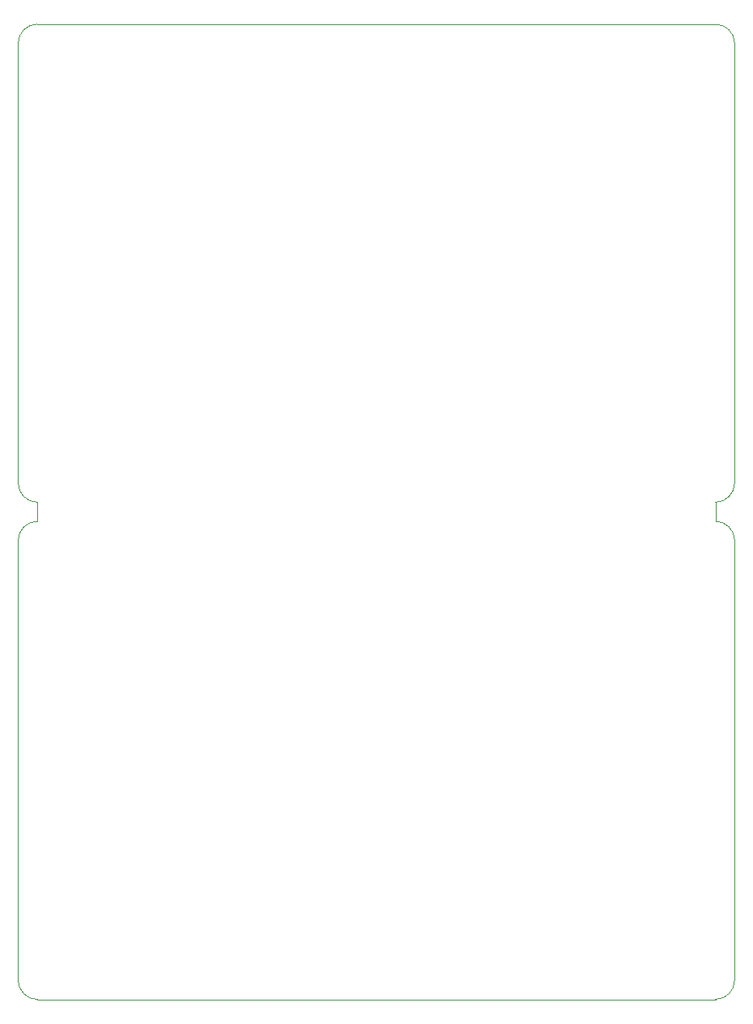
<source format=gbr>
%TF.GenerationSoftware,KiCad,Pcbnew,9.0.2*%
%TF.CreationDate,2025-11-24T12:35:19-05:00*%
%TF.ProjectId,carkit PANEL,6361726b-6974-4205-9041-4e454c2e6b69,rev?*%
%TF.SameCoordinates,Original*%
%TF.FileFunction,Profile,NP*%
%FSLAX46Y46*%
G04 Gerber Fmt 4.6, Leading zero omitted, Abs format (unit mm)*
G04 Created by KiCad (PCBNEW 9.0.2) date 2025-11-24 12:35:19*
%MOMM*%
%LPD*%
G01*
G04 APERTURE LIST*
%TA.AperFunction,Profile*%
%ADD10C,0.050000*%
%TD*%
G04 APERTURE END LIST*
D10*
X137541250Y-81758750D02*
X137541250Y-79758750D01*
X66541250Y-81758750D02*
X66541250Y-79758750D01*
X137541250Y-29758750D02*
G75*
G02*
X139541250Y-31758750I0J-2000000D01*
G01*
X139541250Y-77758750D02*
G75*
G02*
X137541250Y-79758750I-2000000J0D01*
G01*
X64541250Y-31758750D02*
G75*
G02*
X66541250Y-29758750I2000000J0D01*
G01*
X66541250Y-79758750D02*
G75*
G02*
X64541250Y-77758750I0J2000000D01*
G01*
X66541250Y-29758750D02*
X137541250Y-29758750D01*
X139541250Y-31758750D02*
X139541250Y-77758750D01*
X64541250Y-77758750D02*
X64541250Y-31758750D01*
X139541250Y-129758750D02*
G75*
G02*
X137541250Y-131758750I-2000000J0D01*
G01*
X139541250Y-83758750D02*
X139541250Y-129758750D01*
X137541250Y-131758750D02*
X66541250Y-131758750D01*
X66541250Y-131758750D02*
G75*
G02*
X64541250Y-129758750I0J2000000D01*
G01*
X64541250Y-83758750D02*
G75*
G02*
X66541250Y-81758750I2000000J0D01*
G01*
X64541250Y-129758750D02*
X64541250Y-83758750D01*
X137541250Y-81758750D02*
G75*
G02*
X139541250Y-83758750I0J-2000000D01*
G01*
M02*

</source>
